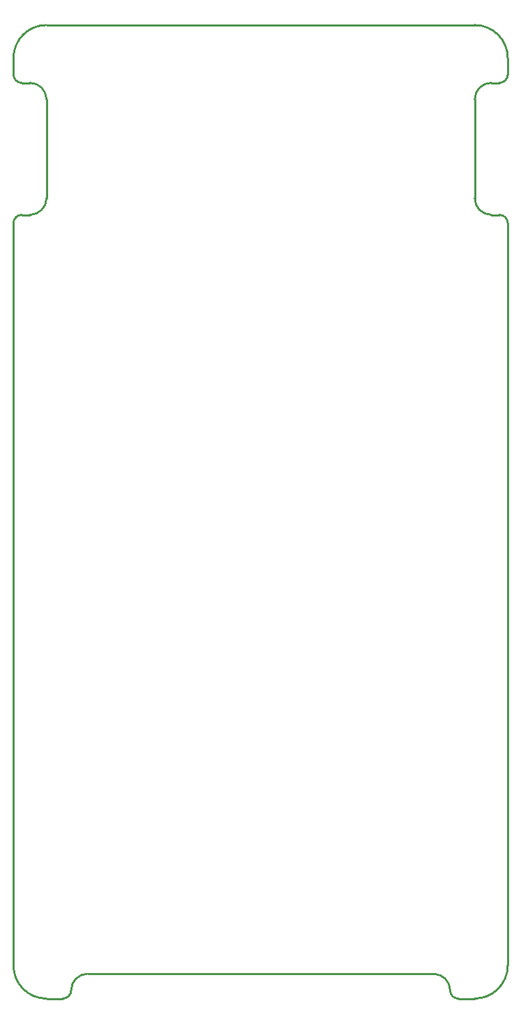
<source format=gko>
G04 Layer: BoardOutlineLayer*
G04 EasyEDA v6.5.51, 2025-09-03 10:09:53*
G04 82822ffc499f437880ef7a522e439a80,3c8b1c4139ec4bbbaae9228842dbec63,10*
G04 Gerber Generator version 0.2*
G04 Scale: 100 percent, Rotated: No, Reflected: No *
G04 Dimensions in millimeters *
G04 leading zeros omitted , absolute positions ,4 integer and 5 decimal *
%FSLAX45Y45*%
%MOMM*%

%ADD10C,0.2540*%
%ADD11C,0.0117*%
D10*
X399999Y0D02*
G01*
X5599988Y0D01*
X5599988Y-2099995D02*
G01*
X5599983Y-899998D01*
X-101Y-11400005D02*
G01*
X0Y-2399995D01*
X5999988Y-2399995D02*
G01*
X5999891Y-11400005D01*
X399897Y-11799999D02*
G01*
X599899Y-11800004D01*
X5399890Y-11799999D02*
G01*
X5599892Y-11799999D01*
X899899Y-11500004D02*
G01*
X5099890Y-11500004D01*
X0Y-399999D02*
G01*
X0Y-599998D01*
X199994Y-699998D02*
G01*
X99999Y-699998D01*
X99999Y-2299995D02*
G01*
X199999Y-2299995D01*
X5799988Y-699998D02*
G01*
X5899988Y-699998D01*
X6000241Y-400050D02*
G01*
X5999988Y-599998D01*
X5799983Y-2299995D02*
G01*
X5899988Y-2299995D01*
X399994Y-899998D02*
G01*
X400006Y-2099993D01*
G75*
G01*
X5299885Y-11700002D02*
G03*
X5099886Y-11500002I-199999J0D01*
G75*
G01*
X899897Y-11500002D02*
G03*
X699897Y-11700002I0J-200000D01*
G75*
G01*
X599897Y-11800004D02*
G03*
X699900Y-11700002I0J100002D01*
G75*
G01*
X5999881Y-11400000D02*
G02*
X5599882Y-11799999I-399999J0D01*
G75*
G01*
X399898Y-11800002D02*
G02*
X-102Y-11400003I0J399999D01*
G75*
G01*
X0Y-399999D02*
G02*
X399999Y0I399999J0D01*
G75*
G01*
X5299885Y-11700002D02*
G03*
X5399888Y-11800004I100003J0D01*
G75*
G01*
X5599989Y0D02*
G02*
X6000227Y-399999I239J-399999D01*
G75*
G01*
X5599989Y-2099996D02*
G03*
X5799988Y-2299995I199999J0D01*
G75*
G01*
X5799988Y-699999D02*
G03*
X5599989Y-899998I0J-199999D01*
G75*
G01*
X200000Y-2299995D02*
G03*
X399999Y-2099996I0J199999D01*
G75*
G01*
X399999Y-899998D02*
G03*
X200000Y-699999I-199999J0D01*
G75*
G01*
X5999988Y-2399995D02*
G03*
X5899988Y-2299995I-100000J0D01*
G75*
G01*
X5899988Y-699999D02*
G03*
X5999988Y-599999I0J100000D01*
G75*
G01*
X0Y-599999D02*
G03*
X100000Y-699999I100000J0D01*
G75*
G01*
X100000Y-2299995D02*
G03*
X0Y-2399995I0J-100000D01*

%LPD*%
M02*

</source>
